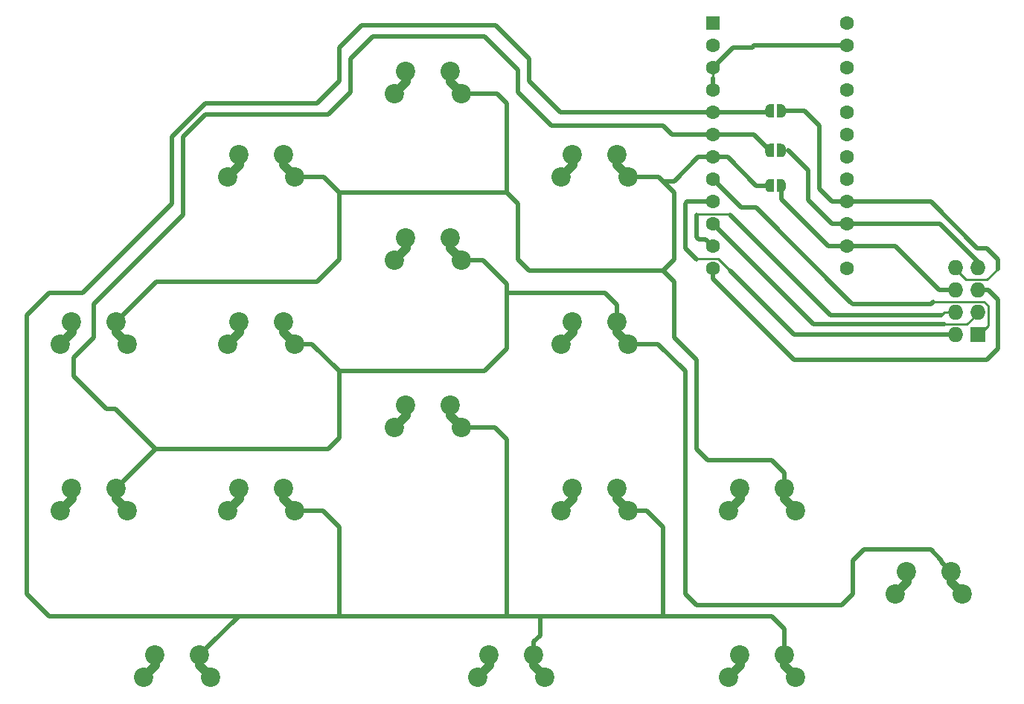
<source format=gbr>
G04 #@! TF.GenerationSoftware,KiCad,Pcbnew,(5.0.0)*
G04 #@! TF.CreationDate,2018-08-07T19:49:38+02:00*
G04 #@! TF.ProjectId,Palantype,50616C616E747970652E6B696361645F,rev?*
G04 #@! TF.SameCoordinates,Original*
G04 #@! TF.FileFunction,Copper,L1,Top,Signal*
G04 #@! TF.FilePolarity,Positive*
%FSLAX46Y46*%
G04 Gerber Fmt 4.6, Leading zero omitted, Abs format (unit mm)*
G04 Created by KiCad (PCBNEW (5.0.0)) date 08/07/18 19:49:38*
%MOMM*%
%LPD*%
G01*
G04 APERTURE LIST*
G04 #@! TA.AperFunction,ComponentPad*
%ADD10C,2.200000*%
G04 #@! TD*
G04 #@! TA.AperFunction,ComponentPad*
%ADD11O,1.727200X1.727200*%
G04 #@! TD*
G04 #@! TA.AperFunction,ComponentPad*
%ADD12R,1.727200X1.727200*%
G04 #@! TD*
G04 #@! TA.AperFunction,SMDPad,CuDef*
%ADD13C,0.500000*%
G04 #@! TD*
G04 #@! TA.AperFunction,Conductor*
%ADD14C,0.100000*%
G04 #@! TD*
G04 #@! TA.AperFunction,ComponentPad*
%ADD15R,1.600000X1.600000*%
G04 #@! TD*
G04 #@! TA.AperFunction,ComponentPad*
%ADD16C,1.600000*%
G04 #@! TD*
G04 #@! TA.AperFunction,Conductor*
%ADD17C,0.500000*%
G04 #@! TD*
G04 #@! TA.AperFunction,Conductor*
%ADD18C,0.250000*%
G04 #@! TD*
G04 #@! TA.AperFunction,Conductor*
%ADD19C,1.000000*%
G04 #@! TD*
G04 APERTURE END LIST*
D10*
G04 #@! TO.P,SW24,1*
G04 #@! TO.N,Net-(D25-Pad2)*
X131920000Y-101000000D03*
G04 #@! TO.P,SW24,2*
G04 #@! TO.N,/Row_3*
X138270000Y-103540000D03*
G04 #@! TD*
D11*
G04 #@! TO.P,J1,8*
G04 #@! TO.N,/Row_4*
X156460000Y-75880000D03*
G04 #@! TO.P,J1,7*
G04 #@! TO.N,/Row_5*
X159000000Y-75880000D03*
G04 #@! TO.P,J1,6*
G04 #@! TO.N,/Row_6*
X156460000Y-78420000D03*
G04 #@! TO.P,J1,5*
G04 #@! TO.N,/Column_5*
X159000000Y-78420000D03*
G04 #@! TO.P,J1,4*
G04 #@! TO.N,/Column_1*
X156460000Y-80960000D03*
G04 #@! TO.P,J1,3*
G04 #@! TO.N,/Column_4*
X159000000Y-80960000D03*
G04 #@! TO.P,J1,2*
G04 #@! TO.N,/Column_3*
X156460000Y-83500000D03*
D12*
G04 #@! TO.P,J1,1*
G04 #@! TO.N,/Column_2*
X159000000Y-83500000D03*
G04 #@! TD*
D13*
G04 #@! TO.P,JP1,1*
G04 #@! TO.N,/Row_4*
X136650000Y-58000000D03*
D14*
G04 #@! TD*
G04 #@! TO.N,/Row_4*
G04 #@! TO.C,JP1*
G36*
X136150000Y-57250000D02*
X136650000Y-57250000D01*
X136650000Y-57250602D01*
X136674534Y-57250602D01*
X136723365Y-57255412D01*
X136771490Y-57264984D01*
X136818445Y-57279228D01*
X136863778Y-57298005D01*
X136907051Y-57321136D01*
X136947850Y-57348396D01*
X136985779Y-57379524D01*
X137020476Y-57414221D01*
X137051604Y-57452150D01*
X137078864Y-57492949D01*
X137101995Y-57536222D01*
X137120772Y-57581555D01*
X137135016Y-57628510D01*
X137144588Y-57676635D01*
X137149398Y-57725466D01*
X137149398Y-57750000D01*
X137150000Y-57750000D01*
X137150000Y-58250000D01*
X137149398Y-58250000D01*
X137149398Y-58274534D01*
X137144588Y-58323365D01*
X137135016Y-58371490D01*
X137120772Y-58418445D01*
X137101995Y-58463778D01*
X137078864Y-58507051D01*
X137051604Y-58547850D01*
X137020476Y-58585779D01*
X136985779Y-58620476D01*
X136947850Y-58651604D01*
X136907051Y-58678864D01*
X136863778Y-58701995D01*
X136818445Y-58720772D01*
X136771490Y-58735016D01*
X136723365Y-58744588D01*
X136674534Y-58749398D01*
X136650000Y-58749398D01*
X136650000Y-58750000D01*
X136150000Y-58750000D01*
X136150000Y-57250000D01*
X136150000Y-57250000D01*
G37*
D13*
G04 #@! TO.P,JP1,2*
G04 #@! TO.N,/Row_1*
X135350000Y-58000000D03*
D14*
G04 #@! TD*
G04 #@! TO.N,/Row_1*
G04 #@! TO.C,JP1*
G36*
X135350000Y-58749398D02*
X135325466Y-58749398D01*
X135276635Y-58744588D01*
X135228510Y-58735016D01*
X135181555Y-58720772D01*
X135136222Y-58701995D01*
X135092949Y-58678864D01*
X135052150Y-58651604D01*
X135014221Y-58620476D01*
X134979524Y-58585779D01*
X134948396Y-58547850D01*
X134921136Y-58507051D01*
X134898005Y-58463778D01*
X134879228Y-58418445D01*
X134864984Y-58371490D01*
X134855412Y-58323365D01*
X134850602Y-58274534D01*
X134850602Y-58250000D01*
X134850000Y-58250000D01*
X134850000Y-57750000D01*
X134850602Y-57750000D01*
X134850602Y-57725466D01*
X134855412Y-57676635D01*
X134864984Y-57628510D01*
X134879228Y-57581555D01*
X134898005Y-57536222D01*
X134921136Y-57492949D01*
X134948396Y-57452150D01*
X134979524Y-57414221D01*
X135014221Y-57379524D01*
X135052150Y-57348396D01*
X135092949Y-57321136D01*
X135136222Y-57298005D01*
X135181555Y-57279228D01*
X135228510Y-57264984D01*
X135276635Y-57255412D01*
X135325466Y-57250602D01*
X135350000Y-57250602D01*
X135350000Y-57250000D01*
X135850000Y-57250000D01*
X135850000Y-58750000D01*
X135350000Y-58750000D01*
X135350000Y-58749398D01*
X135350000Y-58749398D01*
G37*
D13*
G04 #@! TO.P,JP2,2*
G04 #@! TO.N,/Row_2*
X135350000Y-62500000D03*
D14*
G04 #@! TD*
G04 #@! TO.N,/Row_2*
G04 #@! TO.C,JP2*
G36*
X135350000Y-63249398D02*
X135325466Y-63249398D01*
X135276635Y-63244588D01*
X135228510Y-63235016D01*
X135181555Y-63220772D01*
X135136222Y-63201995D01*
X135092949Y-63178864D01*
X135052150Y-63151604D01*
X135014221Y-63120476D01*
X134979524Y-63085779D01*
X134948396Y-63047850D01*
X134921136Y-63007051D01*
X134898005Y-62963778D01*
X134879228Y-62918445D01*
X134864984Y-62871490D01*
X134855412Y-62823365D01*
X134850602Y-62774534D01*
X134850602Y-62750000D01*
X134850000Y-62750000D01*
X134850000Y-62250000D01*
X134850602Y-62250000D01*
X134850602Y-62225466D01*
X134855412Y-62176635D01*
X134864984Y-62128510D01*
X134879228Y-62081555D01*
X134898005Y-62036222D01*
X134921136Y-61992949D01*
X134948396Y-61952150D01*
X134979524Y-61914221D01*
X135014221Y-61879524D01*
X135052150Y-61848396D01*
X135092949Y-61821136D01*
X135136222Y-61798005D01*
X135181555Y-61779228D01*
X135228510Y-61764984D01*
X135276635Y-61755412D01*
X135325466Y-61750602D01*
X135350000Y-61750602D01*
X135350000Y-61750000D01*
X135850000Y-61750000D01*
X135850000Y-63250000D01*
X135350000Y-63250000D01*
X135350000Y-63249398D01*
X135350000Y-63249398D01*
G37*
D13*
G04 #@! TO.P,JP2,1*
G04 #@! TO.N,/Row_5*
X136650000Y-62500000D03*
D14*
G04 #@! TD*
G04 #@! TO.N,/Row_5*
G04 #@! TO.C,JP2*
G36*
X136150000Y-61750000D02*
X136650000Y-61750000D01*
X136650000Y-61750602D01*
X136674534Y-61750602D01*
X136723365Y-61755412D01*
X136771490Y-61764984D01*
X136818445Y-61779228D01*
X136863778Y-61798005D01*
X136907051Y-61821136D01*
X136947850Y-61848396D01*
X136985779Y-61879524D01*
X137020476Y-61914221D01*
X137051604Y-61952150D01*
X137078864Y-61992949D01*
X137101995Y-62036222D01*
X137120772Y-62081555D01*
X137135016Y-62128510D01*
X137144588Y-62176635D01*
X137149398Y-62225466D01*
X137149398Y-62250000D01*
X137150000Y-62250000D01*
X137150000Y-62750000D01*
X137149398Y-62750000D01*
X137149398Y-62774534D01*
X137144588Y-62823365D01*
X137135016Y-62871490D01*
X137120772Y-62918445D01*
X137101995Y-62963778D01*
X137078864Y-63007051D01*
X137051604Y-63047850D01*
X137020476Y-63085779D01*
X136985779Y-63120476D01*
X136947850Y-63151604D01*
X136907051Y-63178864D01*
X136863778Y-63201995D01*
X136818445Y-63220772D01*
X136771490Y-63235016D01*
X136723365Y-63244588D01*
X136674534Y-63249398D01*
X136650000Y-63249398D01*
X136650000Y-63250000D01*
X136150000Y-63250000D01*
X136150000Y-61750000D01*
X136150000Y-61750000D01*
G37*
D13*
G04 #@! TO.P,JP3,1*
G04 #@! TO.N,/Row_6*
X136650000Y-66500000D03*
D14*
G04 #@! TD*
G04 #@! TO.N,/Row_6*
G04 #@! TO.C,JP3*
G36*
X136150000Y-65750000D02*
X136650000Y-65750000D01*
X136650000Y-65750602D01*
X136674534Y-65750602D01*
X136723365Y-65755412D01*
X136771490Y-65764984D01*
X136818445Y-65779228D01*
X136863778Y-65798005D01*
X136907051Y-65821136D01*
X136947850Y-65848396D01*
X136985779Y-65879524D01*
X137020476Y-65914221D01*
X137051604Y-65952150D01*
X137078864Y-65992949D01*
X137101995Y-66036222D01*
X137120772Y-66081555D01*
X137135016Y-66128510D01*
X137144588Y-66176635D01*
X137149398Y-66225466D01*
X137149398Y-66250000D01*
X137150000Y-66250000D01*
X137150000Y-66750000D01*
X137149398Y-66750000D01*
X137149398Y-66774534D01*
X137144588Y-66823365D01*
X137135016Y-66871490D01*
X137120772Y-66918445D01*
X137101995Y-66963778D01*
X137078864Y-67007051D01*
X137051604Y-67047850D01*
X137020476Y-67085779D01*
X136985779Y-67120476D01*
X136947850Y-67151604D01*
X136907051Y-67178864D01*
X136863778Y-67201995D01*
X136818445Y-67220772D01*
X136771490Y-67235016D01*
X136723365Y-67244588D01*
X136674534Y-67249398D01*
X136650000Y-67249398D01*
X136650000Y-67250000D01*
X136150000Y-67250000D01*
X136150000Y-65750000D01*
X136150000Y-65750000D01*
G37*
D13*
G04 #@! TO.P,JP3,2*
G04 #@! TO.N,/Row_3*
X135350000Y-66500000D03*
D14*
G04 #@! TD*
G04 #@! TO.N,/Row_3*
G04 #@! TO.C,JP3*
G36*
X135350000Y-67249398D02*
X135325466Y-67249398D01*
X135276635Y-67244588D01*
X135228510Y-67235016D01*
X135181555Y-67220772D01*
X135136222Y-67201995D01*
X135092949Y-67178864D01*
X135052150Y-67151604D01*
X135014221Y-67120476D01*
X134979524Y-67085779D01*
X134948396Y-67047850D01*
X134921136Y-67007051D01*
X134898005Y-66963778D01*
X134879228Y-66918445D01*
X134864984Y-66871490D01*
X134855412Y-66823365D01*
X134850602Y-66774534D01*
X134850602Y-66750000D01*
X134850000Y-66750000D01*
X134850000Y-66250000D01*
X134850602Y-66250000D01*
X134850602Y-66225466D01*
X134855412Y-66176635D01*
X134864984Y-66128510D01*
X134879228Y-66081555D01*
X134898005Y-66036222D01*
X134921136Y-65992949D01*
X134948396Y-65952150D01*
X134979524Y-65914221D01*
X135014221Y-65879524D01*
X135052150Y-65848396D01*
X135092949Y-65821136D01*
X135136222Y-65798005D01*
X135181555Y-65779228D01*
X135228510Y-65764984D01*
X135276635Y-65755412D01*
X135325466Y-65750602D01*
X135350000Y-65750602D01*
X135350000Y-65750000D01*
X135850000Y-65750000D01*
X135850000Y-67250000D01*
X135350000Y-67250000D01*
X135350000Y-67249398D01*
X135350000Y-67249398D01*
G37*
D10*
G04 #@! TO.P,SW1,2*
G04 #@! TO.N,Net-(D7-Pad2)*
X92650000Y-56040000D03*
G04 #@! TO.P,SW1,1*
G04 #@! TO.N,/Row_3*
X99000000Y-53500000D03*
G04 #@! TD*
G04 #@! TO.P,SW2,1*
G04 #@! TO.N,Net-(D7-Pad2)*
X93920000Y-53500000D03*
G04 #@! TO.P,SW2,2*
G04 #@! TO.N,/Row_3*
X100270000Y-56040000D03*
G04 #@! TD*
G04 #@! TO.P,SW3,1*
G04 #@! TO.N,/Row_3*
X80000000Y-63000000D03*
G04 #@! TO.P,SW3,2*
G04 #@! TO.N,Net-(D2-Pad2)*
X73650000Y-65540000D03*
G04 #@! TD*
G04 #@! TO.P,SW4,2*
G04 #@! TO.N,Net-(D13-Pad2)*
X111650000Y-65540000D03*
G04 #@! TO.P,SW4,1*
G04 #@! TO.N,/Row_3*
X118000000Y-63000000D03*
G04 #@! TD*
G04 #@! TO.P,SW5,2*
G04 #@! TO.N,/Row_3*
X81270000Y-65540000D03*
G04 #@! TO.P,SW5,1*
G04 #@! TO.N,Net-(D2-Pad2)*
X74920000Y-63000000D03*
G04 #@! TD*
G04 #@! TO.P,SW6,1*
G04 #@! TO.N,Net-(D13-Pad2)*
X112920000Y-63000000D03*
G04 #@! TO.P,SW6,2*
G04 #@! TO.N,/Row_3*
X119270000Y-65540000D03*
G04 #@! TD*
G04 #@! TO.P,SW7,1*
G04 #@! TO.N,/Row_2*
X99000000Y-72500000D03*
G04 #@! TO.P,SW7,2*
G04 #@! TO.N,Net-(D9-Pad2)*
X92650000Y-75040000D03*
G04 #@! TD*
G04 #@! TO.P,SW8,2*
G04 #@! TO.N,/Row_2*
X100270000Y-75040000D03*
G04 #@! TO.P,SW8,1*
G04 #@! TO.N,Net-(D9-Pad2)*
X93920000Y-72500000D03*
G04 #@! TD*
G04 #@! TO.P,SW9,2*
G04 #@! TO.N,Net-(D20-Pad2)*
X54650000Y-84540000D03*
G04 #@! TO.P,SW9,1*
G04 #@! TO.N,/Row_3*
X61000000Y-82000000D03*
G04 #@! TD*
G04 #@! TO.P,SW10,2*
G04 #@! TO.N,Net-(D4-Pad2)*
X73650000Y-84540000D03*
G04 #@! TO.P,SW10,1*
G04 #@! TO.N,/Row_2*
X80000000Y-82000000D03*
G04 #@! TD*
G04 #@! TO.P,SW11,2*
G04 #@! TO.N,Net-(D15-Pad2)*
X111650000Y-84540000D03*
G04 #@! TO.P,SW11,1*
G04 #@! TO.N,/Row_2*
X118000000Y-82000000D03*
G04 #@! TD*
G04 #@! TO.P,SW12,2*
G04 #@! TO.N,/Row_3*
X62270000Y-84540000D03*
G04 #@! TO.P,SW12,1*
G04 #@! TO.N,Net-(D20-Pad2)*
X55920000Y-82000000D03*
G04 #@! TD*
G04 #@! TO.P,SW13,1*
G04 #@! TO.N,Net-(D4-Pad2)*
X74920000Y-82000000D03*
G04 #@! TO.P,SW13,2*
G04 #@! TO.N,/Row_2*
X81270000Y-84540000D03*
G04 #@! TD*
G04 #@! TO.P,SW14,2*
G04 #@! TO.N,/Row_2*
X119270000Y-84540000D03*
G04 #@! TO.P,SW14,1*
G04 #@! TO.N,Net-(D15-Pad2)*
X112920000Y-82000000D03*
G04 #@! TD*
G04 #@! TO.P,SW15,1*
G04 #@! TO.N,/Row_1*
X99000000Y-91500000D03*
G04 #@! TO.P,SW15,2*
G04 #@! TO.N,Net-(D11-Pad2)*
X92650000Y-94040000D03*
G04 #@! TD*
G04 #@! TO.P,SW16,1*
G04 #@! TO.N,Net-(D11-Pad2)*
X93920000Y-91500000D03*
G04 #@! TO.P,SW16,2*
G04 #@! TO.N,/Row_1*
X100270000Y-94040000D03*
G04 #@! TD*
G04 #@! TO.P,SW17,1*
G04 #@! TO.N,/Row_2*
X61000000Y-101000000D03*
G04 #@! TO.P,SW17,2*
G04 #@! TO.N,Net-(D22-Pad2)*
X54650000Y-103540000D03*
G04 #@! TD*
G04 #@! TO.P,SW18,1*
G04 #@! TO.N,/Row_1*
X80000000Y-101000000D03*
G04 #@! TO.P,SW18,2*
G04 #@! TO.N,Net-(D6-Pad2)*
X73650000Y-103540000D03*
G04 #@! TD*
G04 #@! TO.P,SW19,1*
G04 #@! TO.N,Net-(D22-Pad2)*
X55920000Y-101000000D03*
G04 #@! TO.P,SW19,2*
G04 #@! TO.N,/Row_2*
X62270000Y-103540000D03*
G04 #@! TD*
G04 #@! TO.P,SW20,2*
G04 #@! TO.N,/Row_1*
X81270000Y-103540000D03*
G04 #@! TO.P,SW20,1*
G04 #@! TO.N,Net-(D6-Pad2)*
X74920000Y-101000000D03*
G04 #@! TD*
G04 #@! TO.P,SW21,2*
G04 #@! TO.N,Net-(D17-Pad2)*
X111650000Y-103540000D03*
G04 #@! TO.P,SW21,1*
G04 #@! TO.N,/Row_1*
X118000000Y-101000000D03*
G04 #@! TD*
G04 #@! TO.P,SW22,1*
G04 #@! TO.N,/Row_3*
X137000000Y-101000000D03*
G04 #@! TO.P,SW22,2*
G04 #@! TO.N,Net-(D25-Pad2)*
X130650000Y-103540000D03*
G04 #@! TD*
G04 #@! TO.P,SW23,2*
G04 #@! TO.N,/Row_1*
X119270000Y-103540000D03*
G04 #@! TO.P,SW23,1*
G04 #@! TO.N,Net-(D17-Pad2)*
X112920000Y-101000000D03*
G04 #@! TD*
G04 #@! TO.P,SW25,1*
G04 #@! TO.N,/Row_2*
X156000000Y-110500000D03*
G04 #@! TO.P,SW25,2*
G04 #@! TO.N,Net-(D29-Pad2)*
X149650000Y-113040000D03*
G04 #@! TD*
G04 #@! TO.P,SW26,2*
G04 #@! TO.N,/Row_2*
X157270000Y-113040000D03*
G04 #@! TO.P,SW26,1*
G04 #@! TO.N,Net-(D29-Pad2)*
X150920000Y-110500000D03*
G04 #@! TD*
G04 #@! TO.P,SW27,1*
G04 #@! TO.N,/Row_1*
X70500000Y-120000000D03*
G04 #@! TO.P,SW27,2*
G04 #@! TO.N,Net-(D24-Pad2)*
X64150000Y-122540000D03*
G04 #@! TD*
G04 #@! TO.P,SW28,2*
G04 #@! TO.N,Net-(D24-Pad2)*
X102150000Y-122540000D03*
G04 #@! TO.P,SW28,1*
G04 #@! TO.N,/Row_1*
X108500000Y-120000000D03*
G04 #@! TD*
G04 #@! TO.P,SW29,2*
G04 #@! TO.N,Net-(D27-Pad2)*
X130650000Y-122540000D03*
G04 #@! TO.P,SW29,1*
G04 #@! TO.N,/Row_1*
X137000000Y-120000000D03*
G04 #@! TD*
G04 #@! TO.P,SW30,1*
G04 #@! TO.N,Net-(D24-Pad2)*
X65420000Y-120000000D03*
G04 #@! TO.P,SW30,2*
G04 #@! TO.N,/Row_1*
X71770000Y-122540000D03*
G04 #@! TD*
G04 #@! TO.P,SW31,2*
G04 #@! TO.N,/Row_1*
X109770000Y-122540000D03*
G04 #@! TO.P,SW31,1*
G04 #@! TO.N,Net-(D24-Pad2)*
X103420000Y-120000000D03*
G04 #@! TD*
G04 #@! TO.P,SW32,1*
G04 #@! TO.N,Net-(D27-Pad2)*
X131920000Y-120000000D03*
G04 #@! TO.P,SW32,2*
G04 #@! TO.N,/Row_1*
X138270000Y-122540000D03*
G04 #@! TD*
D15*
G04 #@! TO.P,U1,1*
G04 #@! TO.N,Net-(U1-Pad1)*
X128880000Y-48030000D03*
D16*
G04 #@! TO.P,U1,2*
G04 #@! TO.N,Net-(U1-Pad2)*
X128880000Y-50570000D03*
G04 #@! TO.P,U1,3*
G04 #@! TO.N,GND*
X128880000Y-53110000D03*
G04 #@! TO.P,U1,4*
X128880000Y-55650000D03*
G04 #@! TO.P,U1,5*
G04 #@! TO.N,/Row_1*
X128880000Y-58190000D03*
G04 #@! TO.P,U1,6*
G04 #@! TO.N,/Row_2*
X128880000Y-60730000D03*
G04 #@! TO.P,U1,7*
G04 #@! TO.N,/Row_3*
X128880000Y-63270000D03*
G04 #@! TO.P,U1,8*
G04 #@! TO.N,/Column_2*
X128880000Y-65810000D03*
G04 #@! TO.P,U1,9*
G04 #@! TO.N,/Column_3*
X128880000Y-68350000D03*
G04 #@! TO.P,U1,10*
G04 #@! TO.N,/Column_4*
X128880000Y-70890000D03*
G04 #@! TO.P,U1,11*
G04 #@! TO.N,/Column_1*
X128880000Y-73430000D03*
G04 #@! TO.P,U1,12*
G04 #@! TO.N,/Column_5*
X128880000Y-75970000D03*
G04 #@! TO.P,U1,13*
G04 #@! TO.N,Net-(U1-Pad13)*
X144120000Y-75970000D03*
G04 #@! TO.P,U1,14*
G04 #@! TO.N,/Row_6*
X144120000Y-73430000D03*
G04 #@! TO.P,U1,15*
G04 #@! TO.N,/Row_5*
X144120000Y-70890000D03*
G04 #@! TO.P,U1,16*
G04 #@! TO.N,/Row_4*
X144120000Y-68350000D03*
G04 #@! TO.P,U1,17*
G04 #@! TO.N,Net-(U1-Pad17)*
X144120000Y-65810000D03*
G04 #@! TO.P,U1,18*
G04 #@! TO.N,Net-(U1-Pad18)*
X144120000Y-63270000D03*
G04 #@! TO.P,U1,19*
G04 #@! TO.N,Net-(U1-Pad19)*
X144120000Y-60730000D03*
G04 #@! TO.P,U1,20*
G04 #@! TO.N,Net-(U1-Pad20)*
X144120000Y-58190000D03*
G04 #@! TO.P,U1,21*
G04 #@! TO.N,+5V*
X144120000Y-55650000D03*
G04 #@! TO.P,U1,22*
G04 #@! TO.N,Net-(U1-Pad22)*
X144120000Y-53110000D03*
G04 #@! TO.P,U1,23*
G04 #@! TO.N,GND*
X144120000Y-50570000D03*
G04 #@! TO.P,U1,24*
G04 #@! TO.N,Net-(U1-Pad24)*
X144120000Y-48030000D03*
G04 #@! TD*
D17*
G04 #@! TO.N,/Column_2*
X128880000Y-65810000D02*
X132080000Y-69010000D01*
X133780000Y-69010000D02*
X144498601Y-79728601D01*
X132080000Y-69010000D02*
X133780000Y-69010000D01*
X144780000Y-80010000D02*
X144498601Y-79728601D01*
D18*
X160188601Y-82431399D02*
X160188601Y-80178601D01*
X159000000Y-83620000D02*
X160188601Y-82431399D01*
X160188601Y-80178601D02*
X159738601Y-79728601D01*
X159738601Y-79728601D02*
X153951399Y-79728601D01*
D17*
X153951399Y-79728601D02*
X153670000Y-80010000D01*
X153670000Y-80010000D02*
X144780000Y-80010000D01*
D18*
G04 #@! TO.N,/Column_3*
X127085001Y-74844999D02*
X127000000Y-74930000D01*
X129454999Y-74844999D02*
X127085001Y-74844999D01*
D17*
X156460000Y-83500000D02*
X138110000Y-83500000D01*
X127000000Y-74930000D02*
X125730000Y-73660000D01*
X125730000Y-73660000D02*
X125730000Y-68580000D01*
X125960000Y-68350000D02*
X128880000Y-68350000D01*
X125730000Y-68580000D02*
X125960000Y-68350000D01*
D18*
X129454999Y-74844999D02*
X130810000Y-76200000D01*
D17*
X130810000Y-76200000D02*
X138110000Y-83500000D01*
D19*
G04 #@! TO.N,Net-(D7-Pad2)*
X94000000Y-54690000D02*
X92650000Y-56040000D01*
X94000000Y-53500000D02*
X94000000Y-54690000D01*
G04 #@! TO.N,Net-(D11-Pad2)*
X94000000Y-92690000D02*
X92650000Y-94040000D01*
X94000000Y-91500000D02*
X94000000Y-92690000D01*
G04 #@! TO.N,Net-(D13-Pad2)*
X113000000Y-64190000D02*
X111650000Y-65540000D01*
X113000000Y-63000000D02*
X113000000Y-64190000D01*
D17*
G04 #@! TO.N,/Column_4*
X140301399Y-82311399D02*
X128880000Y-70890000D01*
D18*
X159000000Y-81080000D02*
X157768601Y-82311399D01*
X157768601Y-82311399D02*
X155178601Y-82311399D01*
D17*
X155178601Y-82311399D02*
X140301399Y-82311399D01*
D19*
G04 #@! TO.N,Net-(D15-Pad2)*
X113000000Y-83190000D02*
X111650000Y-84540000D01*
X113000000Y-82000000D02*
X113000000Y-83190000D01*
G04 #@! TO.N,Net-(D17-Pad2)*
X113000000Y-102190000D02*
X111650000Y-103540000D01*
X113000000Y-101000000D02*
X113000000Y-102190000D01*
D18*
G04 #@! TO.N,/Column_1*
X155238686Y-80960000D02*
X154918686Y-81280000D01*
X156460000Y-80960000D02*
X155238686Y-80960000D01*
D17*
X154918686Y-81280000D02*
X142240000Y-81280000D01*
X128080001Y-72630001D02*
X127240001Y-72630001D01*
X128880000Y-73430000D02*
X128080001Y-72630001D01*
X127240001Y-72630001D02*
X127000000Y-72390000D01*
X127000000Y-72390000D02*
X127000000Y-69850000D01*
D18*
X130724999Y-69764999D02*
X130810000Y-69850000D01*
X127085001Y-69764999D02*
X130724999Y-69764999D01*
X127000000Y-69850000D02*
X127085001Y-69764999D01*
D17*
X142240000Y-81280000D02*
X130810000Y-69850000D01*
D19*
G04 #@! TO.N,Net-(D25-Pad2)*
X132000000Y-102190000D02*
X130650000Y-103540000D01*
X132000000Y-101000000D02*
X132000000Y-102190000D01*
D17*
G04 #@! TO.N,/Column_5*
X128880000Y-77101370D02*
X138138630Y-86360000D01*
X128880000Y-75970000D02*
X128880000Y-77101370D01*
X138138630Y-86360000D02*
X160020000Y-86360000D01*
X160020000Y-86360000D02*
X161290000Y-85090000D01*
X160221314Y-78420000D02*
X159000000Y-78420000D01*
X161290000Y-79488686D02*
X160221314Y-78420000D01*
X161290000Y-85090000D02*
X161290000Y-79488686D01*
D19*
G04 #@! TO.N,Net-(D27-Pad2)*
X132000000Y-121190000D02*
X130650000Y-122540000D01*
X132000000Y-120000000D02*
X132000000Y-121190000D01*
G04 #@! TO.N,Net-(D29-Pad2)*
X151000000Y-111690000D02*
X149650000Y-113040000D01*
X151000000Y-110500000D02*
X151000000Y-111690000D01*
D17*
G04 #@! TO.N,/Row_4*
X139280000Y-58000000D02*
X136650000Y-58000000D01*
X140970000Y-59690000D02*
X139280000Y-58000000D01*
X140970000Y-66850000D02*
X140970000Y-59690000D01*
X144120000Y-68350000D02*
X142470000Y-68350000D01*
X142470000Y-68350000D02*
X140970000Y-66850000D01*
X153662202Y-68350000D02*
X158972202Y-73660000D01*
X144120000Y-68350000D02*
X153662202Y-68350000D01*
X158972202Y-73660000D02*
X160020000Y-73660000D01*
X160020000Y-73660000D02*
X161290000Y-74930000D01*
D18*
X157323599Y-76863599D02*
X156460000Y-76000000D01*
X157691399Y-77231399D02*
X157323599Y-76863599D01*
X160080803Y-77231399D02*
X157691399Y-77231399D01*
X161290000Y-76022202D02*
X160080803Y-77231399D01*
D17*
X161290000Y-74930000D02*
X161290000Y-76022202D01*
G04 #@! TO.N,/Row_5*
X144120000Y-70890000D02*
X142470000Y-70890000D01*
X142470000Y-70890000D02*
X139700000Y-68120000D01*
X139700000Y-68120000D02*
X139700000Y-64770000D01*
D18*
X137430000Y-62500000D02*
X136650000Y-62500000D01*
D17*
X139700000Y-64770000D02*
X137430000Y-62500000D01*
X154710000Y-70890000D02*
X144120000Y-70890000D01*
D18*
X159000000Y-75880000D02*
X159000000Y-75180000D01*
D17*
X159000000Y-75180000D02*
X154710000Y-70890000D01*
G04 #@! TO.N,/Row_6*
X144120000Y-73430000D02*
X142010000Y-73430000D01*
X136650000Y-68070000D02*
X136650000Y-66500000D01*
X142010000Y-73430000D02*
X136650000Y-68070000D01*
X155238686Y-78420000D02*
X156460000Y-78420000D01*
X154620000Y-78420000D02*
X155238686Y-78420000D01*
X149630000Y-73430000D02*
X154620000Y-78420000D01*
X144120000Y-73430000D02*
X149630000Y-73430000D01*
D19*
G04 #@! TO.N,/Row_1*
X137000000Y-121190000D02*
X138350000Y-122540000D01*
X137000000Y-120000000D02*
X137000000Y-121190000D01*
X108500000Y-121190000D02*
X109850000Y-122540000D01*
X108500000Y-120000000D02*
X108500000Y-121190000D01*
X118000000Y-102190000D02*
X119350000Y-103540000D01*
X118000000Y-101000000D02*
X118000000Y-102190000D01*
X99000000Y-92690000D02*
X100350000Y-94040000D01*
X99000000Y-91500000D02*
X99000000Y-92690000D01*
X70500000Y-121190000D02*
X71850000Y-122540000D01*
X70500000Y-120000000D02*
X70500000Y-121190000D01*
X80000000Y-102190000D02*
X81350000Y-103540000D01*
X80000000Y-101000000D02*
X80000000Y-102190000D01*
D18*
X119380000Y-115570000D02*
X120650000Y-115570000D01*
D17*
X108500000Y-118444366D02*
X109220000Y-117724366D01*
X108500000Y-120000000D02*
X108500000Y-118444366D01*
X109220000Y-117724366D02*
X109220000Y-115570000D01*
X109220000Y-115570000D02*
X119380000Y-115570000D01*
X119350000Y-103540000D02*
X121320000Y-103540000D01*
X121320000Y-103540000D02*
X123190000Y-105410000D01*
X123190000Y-105410000D02*
X123190000Y-115570000D01*
X123190000Y-115570000D02*
X119380000Y-115570000D01*
X70500000Y-120000000D02*
X71599999Y-118900001D01*
X71599999Y-118900001D02*
X74930000Y-115570000D01*
X74930000Y-115570000D02*
X78740000Y-115570000D01*
X81350000Y-103540000D02*
X84490000Y-103540000D01*
X84490000Y-103540000D02*
X86360000Y-105410000D01*
X86360000Y-105410000D02*
X86360000Y-115570000D01*
X100350000Y-94040000D02*
X104080000Y-94040000D01*
X104080000Y-94040000D02*
X105410000Y-95370000D01*
X105410000Y-95370000D02*
X105410000Y-115570000D01*
X109220000Y-115570000D02*
X105410000Y-115570000D01*
X105410000Y-115570000D02*
X76200000Y-115570000D01*
D18*
X135160000Y-58190000D02*
X135350000Y-58000000D01*
D17*
X128880000Y-58190000D02*
X135160000Y-58190000D01*
X128880000Y-58190000D02*
X111530000Y-58190000D01*
X111530000Y-58190000D02*
X107950000Y-54610000D01*
X107950000Y-54610000D02*
X107950000Y-52070000D01*
X107950000Y-52070000D02*
X104140000Y-48260000D01*
X104140000Y-48260000D02*
X90170000Y-48260000D01*
X90170000Y-48260000D02*
X88900000Y-48260000D01*
X88900000Y-48260000D02*
X86360000Y-50800000D01*
X86360000Y-50800000D02*
X86360000Y-54610000D01*
X86360000Y-54610000D02*
X83820000Y-57150000D01*
X83820000Y-57150000D02*
X71120000Y-57150000D01*
X71120000Y-57150000D02*
X67310000Y-60960000D01*
X66040000Y-69850000D02*
X57150000Y-78740000D01*
X57150000Y-78740000D02*
X53340000Y-78740000D01*
X53340000Y-78740000D02*
X50800000Y-81280000D01*
X50800000Y-81280000D02*
X50800000Y-113030000D01*
X50800000Y-113030000D02*
X53340000Y-115570000D01*
X53340000Y-115570000D02*
X76200000Y-115570000D01*
X66040000Y-69850000D02*
X67310000Y-68580000D01*
X67310000Y-68580000D02*
X67310000Y-60960000D01*
X123190000Y-115570000D02*
X135570000Y-115570000D01*
X135570000Y-115570000D02*
X137000000Y-117000000D01*
X137000000Y-117000000D02*
X137000000Y-120000000D01*
D19*
G04 #@! TO.N,/Row_2*
X156000000Y-111690000D02*
X157350000Y-113040000D01*
X156000000Y-110500000D02*
X156000000Y-111690000D01*
X118000000Y-83190000D02*
X119350000Y-84540000D01*
X118000000Y-82000000D02*
X118000000Y-83190000D01*
X99000000Y-73690000D02*
X100350000Y-75040000D01*
X99000000Y-72500000D02*
X99000000Y-73690000D01*
X80000000Y-83190000D02*
X81350000Y-84540000D01*
X80000000Y-82000000D02*
X80000000Y-83190000D01*
X61000000Y-102190000D02*
X62350000Y-103540000D01*
X61000000Y-101000000D02*
X61000000Y-102190000D01*
D17*
X83270000Y-84540000D02*
X81350000Y-84540000D01*
X86360000Y-87630000D02*
X83270000Y-84540000D01*
X86360000Y-95250000D02*
X86360000Y-87630000D01*
X85090000Y-96520000D02*
X86360000Y-95250000D01*
X61000000Y-101000000D02*
X65480000Y-96520000D01*
X65480000Y-96520000D02*
X85090000Y-96520000D01*
X100350000Y-75040000D02*
X102760000Y-75040000D01*
X102760000Y-75040000D02*
X105410000Y-77690000D01*
X118000000Y-82000000D02*
X118000000Y-80120000D01*
X118000000Y-80120000D02*
X116620000Y-78740000D01*
X116620000Y-78740000D02*
X105410000Y-78740000D01*
X105410000Y-77690000D02*
X105410000Y-78740000D01*
X119350000Y-84540000D02*
X122640000Y-84540000D01*
X122640000Y-84540000D02*
X125730000Y-87630000D01*
X125730000Y-87630000D02*
X125730000Y-113030000D01*
X125730000Y-113030000D02*
X127000000Y-114300000D01*
X127000000Y-114300000D02*
X143510000Y-114300000D01*
X143510000Y-114300000D02*
X144780000Y-113030000D01*
X144780000Y-113030000D02*
X144780000Y-109220000D01*
X144780000Y-109220000D02*
X146050000Y-107950000D01*
X146050000Y-107950000D02*
X153670000Y-107950000D01*
X154900001Y-109180001D02*
X153670000Y-107950000D01*
X154900001Y-109400001D02*
X154900001Y-109180001D01*
X156000000Y-110500000D02*
X154900001Y-109400001D01*
X133580000Y-60730000D02*
X135350000Y-62500000D01*
X128880000Y-60730000D02*
X133580000Y-60730000D01*
X87630000Y-52070000D02*
X90170000Y-49530000D01*
X58420000Y-80010000D02*
X68580000Y-69850000D01*
X68580000Y-69850000D02*
X68580000Y-60960000D01*
X58420000Y-81776740D02*
X58420000Y-80010000D01*
X90170000Y-49530000D02*
X102870000Y-49530000D01*
X102870000Y-49530000D02*
X106680000Y-53340000D01*
X65480000Y-96520000D02*
X60865001Y-91905001D01*
X87630000Y-55880000D02*
X87630000Y-52070000D01*
X68580000Y-60960000D02*
X71120000Y-58420000D01*
X71120000Y-58420000D02*
X85090000Y-58420000D01*
X85090000Y-58420000D02*
X87630000Y-55880000D01*
X128880000Y-60730000D02*
X124230000Y-60730000D01*
X124230000Y-60730000D02*
X123190000Y-59690000D01*
X123190000Y-59690000D02*
X110490000Y-59690000D01*
X110490000Y-59690000D02*
X106680000Y-55880000D01*
X106680000Y-55880000D02*
X106680000Y-53340000D01*
X105410000Y-78740000D02*
X105410000Y-85090000D01*
X105410000Y-85090000D02*
X102870000Y-87630000D01*
X102870000Y-87630000D02*
X86360000Y-87630000D01*
X58420000Y-81776740D02*
X58420000Y-83820000D01*
X56134999Y-86105001D02*
X58420000Y-83820000D01*
X56134999Y-88196001D02*
X56134999Y-86105001D01*
X59843999Y-91905001D02*
X56134999Y-88196001D01*
X60865001Y-91905001D02*
X59843999Y-91905001D01*
D19*
G04 #@! TO.N,/Row_3*
X137000000Y-102190000D02*
X138350000Y-103540000D01*
X137000000Y-101000000D02*
X137000000Y-102190000D01*
X118000000Y-64190000D02*
X119350000Y-65540000D01*
X118000000Y-63000000D02*
X118000000Y-64190000D01*
X99000000Y-54690000D02*
X100350000Y-56040000D01*
X99000000Y-53500000D02*
X99000000Y-54690000D01*
X80000000Y-64190000D02*
X81350000Y-65540000D01*
X80000000Y-63000000D02*
X80000000Y-64190000D01*
X61000000Y-83190000D02*
X62350000Y-84540000D01*
X61000000Y-82000000D02*
X61000000Y-83190000D01*
D17*
X65530000Y-77470000D02*
X61000000Y-82000000D01*
X81350000Y-65540000D02*
X84590000Y-65540000D01*
X84590000Y-65540000D02*
X86360000Y-67310000D01*
X86360000Y-67310000D02*
X105410000Y-67310000D01*
X100350000Y-56040000D02*
X104300000Y-56040000D01*
X104300000Y-56040000D02*
X105410000Y-57150000D01*
X105410000Y-57150000D02*
X105410000Y-67310000D01*
X119350000Y-65540000D02*
X122690000Y-65540000D01*
X122690000Y-65540000D02*
X124460000Y-67310000D01*
X124460000Y-67310000D02*
X124460000Y-74930000D01*
X124460000Y-74930000D02*
X123190000Y-76200000D01*
X123190000Y-76200000D02*
X109220000Y-76200000D01*
X109220000Y-76200000D02*
X107950000Y-76200000D01*
X107950000Y-76200000D02*
X106680000Y-74930000D01*
X106680000Y-74930000D02*
X106680000Y-68580000D01*
X106680000Y-68580000D02*
X105410000Y-67310000D01*
X124460000Y-77470000D02*
X123190000Y-76200000D01*
X124460000Y-83820000D02*
X124460000Y-77470000D01*
X137000000Y-99220000D02*
X135570000Y-97790000D01*
X137000000Y-101000000D02*
X137000000Y-99220000D01*
X135570000Y-97790000D02*
X128270000Y-97790000D01*
X128270000Y-97790000D02*
X127000000Y-96520000D01*
X127000000Y-96520000D02*
X127000000Y-86360000D01*
X127000000Y-86360000D02*
X124460000Y-83820000D01*
X133810000Y-66500000D02*
X135350000Y-66500000D01*
X128880000Y-63270000D02*
X130580000Y-63270000D01*
X130580000Y-63270000D02*
X133810000Y-66500000D01*
X128880000Y-63270000D02*
X127230000Y-63270000D01*
X127230000Y-63270000D02*
X124460000Y-66040000D01*
X124460000Y-66040000D02*
X123190000Y-66040000D01*
X86360000Y-67310000D02*
X86360000Y-74930000D01*
X86360000Y-74930000D02*
X83820000Y-77470000D01*
X83820000Y-77470000D02*
X65530000Y-77470000D01*
G04 #@! TO.N,GND*
X131190000Y-50800000D02*
X128880000Y-53110000D01*
X133350000Y-50800000D02*
X131190000Y-50800000D01*
X144120000Y-50570000D02*
X133580000Y-50570000D01*
X133580000Y-50570000D02*
X133350000Y-50800000D01*
X128880000Y-54241370D02*
X128880000Y-55650000D01*
D18*
X128880000Y-53110000D02*
X128880000Y-54241370D01*
D19*
G04 #@! TO.N,Net-(D2-Pad2)*
X75000000Y-64190000D02*
X73650000Y-65540000D01*
X75000000Y-63000000D02*
X75000000Y-64190000D01*
G04 #@! TO.N,Net-(D4-Pad2)*
X75000000Y-83190000D02*
X73650000Y-84540000D01*
X75000000Y-82000000D02*
X75000000Y-83190000D01*
G04 #@! TO.N,Net-(D6-Pad2)*
X75000000Y-102190000D02*
X73650000Y-103540000D01*
X75000000Y-101000000D02*
X75000000Y-102190000D01*
G04 #@! TO.N,Net-(D9-Pad2)*
X94000000Y-73690000D02*
X92650000Y-75040000D01*
X94000000Y-72500000D02*
X94000000Y-73690000D01*
G04 #@! TO.N,Net-(D20-Pad2)*
X56000000Y-83190000D02*
X54650000Y-84540000D01*
X56000000Y-82000000D02*
X56000000Y-83190000D01*
G04 #@! TO.N,Net-(D22-Pad2)*
X56000000Y-102190000D02*
X54650000Y-103540000D01*
X56000000Y-101000000D02*
X56000000Y-102190000D01*
G04 #@! TO.N,Net-(D24-Pad2)*
X103500000Y-121190000D02*
X102150000Y-122540000D01*
X103500000Y-120000000D02*
X103500000Y-121190000D01*
X65500000Y-121190000D02*
X64150000Y-122540000D01*
X65500000Y-120000000D02*
X65500000Y-121190000D01*
G04 #@! TD*
M02*

</source>
